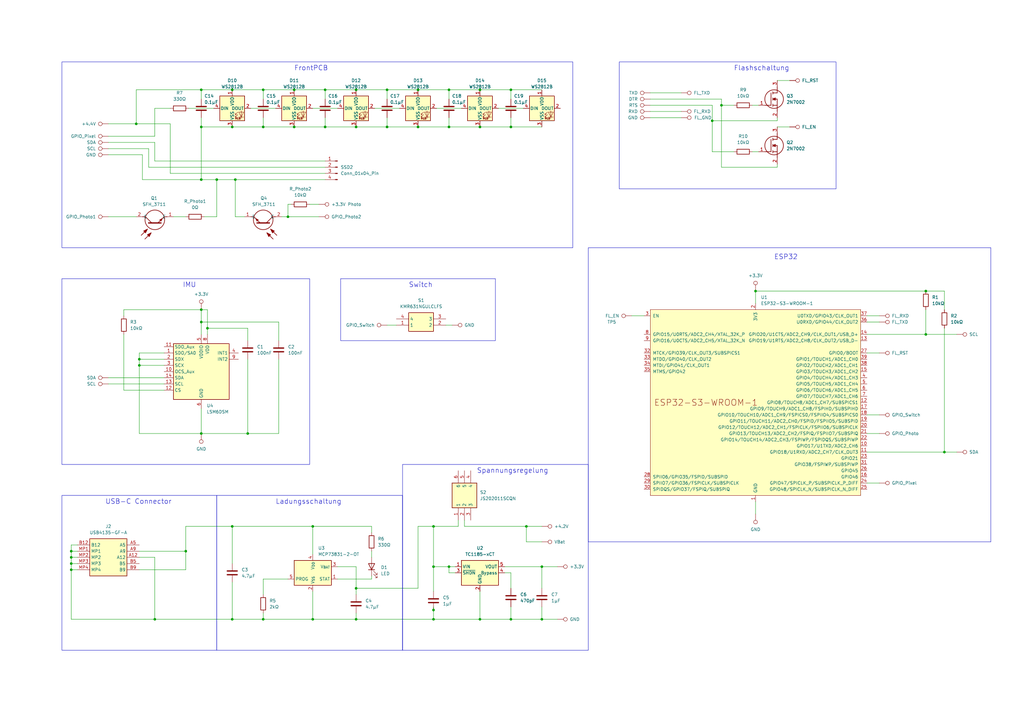
<source format=kicad_sch>
(kicad_sch (version 20230121) (generator eeschema)
  (paper "A3")
  (lib_symbols
    (symbol "2N7002:2N7002" (pin_names hide)
      (property "Reference" "Q" (at 11.43 3.81 0))
      (property "Value" "2N7002" (at 11.43 1.27 0))
      (symbol "2N7002_1_1"
        (pin passive line (at 0 0 0) (length 2.54) (name "G") (number "1"))
        (pin passive line (at 7.62 -5.08 90) (length 2.54) (name "S") (number "2"))
        (pin passive line (at 7.62 10.16 270) (length 2.54) (name "D") (number "3"))
      )
    )
    (symbol "Battery_Management:MCP73831-2-OT"
      (property "Reference" "U" (at -7.62 6.35 0))
      (property "Value" "MCP73831-2-OT" (at 1.27 6.35 0))
      (symbol "MCP73831-2-OT_1_1"
        (pin output line (at 10.16 -2.54 180) (length 2.54) (name "STAT") (number "1"))
        (pin power_in line (at 0 -7.62 90) (length 2.54) (name "V_{SS}") (number "2"))
        (pin power_out line (at 10.16 2.54 180) (length 2.54) (name "V_{BAT}") (number "3"))
        (pin power_in line (at 0 7.62 270) (length 2.54) (name "V_{DD}") (number "4"))
        (pin input line (at -10.16 -2.54 0) (length 2.54) (name "PROG") (number "5"))
      )
    )
    (symbol "Connector:Conn_01x04_Pin" (pin_names (offset 1.016) hide)
      (property "Reference" "J" (at 0 5.08 0))
      (property "Value" "Conn_01x04_Pin" (at 0 -7.62 0))
      (symbol "Conn_01x04_Pin_1_1"
        (pin passive line (at 5.08 2.54 180) (length 3.81) (name "Pin_1") (number "1"))
        (pin passive line (at 5.08 0 180) (length 3.81) (name "Pin_2") (number "2"))
        (pin passive line (at 5.08 -2.54 180) (length 3.81) (name "Pin_3") (number "3"))
        (pin passive line (at 5.08 -5.08 180) (length 3.81) (name "Pin_4") (number "4"))
      )
    )
    (symbol "Connector:TestPoint" (pin_numbers hide) (pin_names (offset 0.762) hide)
      (property "Reference" "TP" (at 0 6.858 0))
      (property "Value" "TestPoint" (at 0 5.08 0))
      (symbol "TestPoint_1_1"
        (pin passive line (at 0 0 90) (length 2.54) (name "1") (number "1"))
      )
    )
    (symbol "Device:C" (pin_numbers hide) (pin_names (offset 0.254))
      (property "Reference" "C" (at 0.635 2.54 0))
      (property "Value" "C" (at 0.635 -2.54 0))
      (symbol "C_1_1"
        (pin passive line (at 0 3.81 270) (length 2.794) (name "~") (number "1"))
        (pin passive line (at 0 -3.81 90) (length 2.794) (name "~") (number "2"))
      )
    )
    (symbol "Device:LED" (pin_numbers hide) (pin_names (offset 1.016) hide)
      (property "Reference" "D" (at 0 2.54 0))
      (property "Value" "LED" (at 0 -2.54 0))
      (symbol "LED_1_1"
        (pin passive line (at -3.81 0 0) (length 2.54) (name "K") (number "1"))
        (pin passive line (at 3.81 0 180) (length 2.54) (name "A") (number "2"))
      )
    )
    (symbol "Device:R" (pin_numbers hide) (pin_names (offset 0))
      (property "Reference" "R" (at 2.032 0 90))
      (property "Value" "R" (at 0 0 90))
      (symbol "R_1_1"
        (pin passive line (at 0 3.81 270) (length 1.27) (name "~") (number "1"))
        (pin passive line (at 0 -3.81 90) (length 1.27) (name "~") (number "2"))
      )
    )
    (symbol "JS202011SCQN:JS202011SCQN"
      (property "Reference" "S" (at 16.51 7.62 0))
      (property "Value" "JS202011SCQN" (at 16.51 5.08 0))
      (symbol "JS202011SCQN_1_1"
        (pin passive line (at 0 0 0) (length 5.08) (name "1") (number "1"))
        (pin passive line (at 0 -2.54 0) (length 5.08) (name "2") (number "2"))
        (pin passive line (at 0 -5.08 0) (length 5.08) (name "3") (number "3"))
        (pin passive line (at 20.32 -5.08 180) (length 5.08) (name "4") (number "4"))
        (pin passive line (at 20.32 -2.54 180) (length 5.08) (name "5") (number "5"))
        (pin passive line (at 20.32 0 180) (length 5.08) (name "6") (number "6"))
      )
    )
    (symbol "KMR631NGULCLFS:KMR631NGULCLFS"
      (property "Reference" "S" (at 16.51 7.62 0))
      (property "Value" "KMR631NGULCLFS" (at 16.51 5.08 0))
      (symbol "KMR631NGULCLFS_1_1"
        (pin passive line (at 0 -2.54 0) (length 5.08) (name "1") (number "1"))
        (pin passive line (at 20.32 -2.54 180) (length 5.08) (name "2") (number "2"))
        (pin passive line (at 20.32 0 180) (length 5.08) (name "3") (number "3"))
        (pin passive line (at 0 0 0) (length 5.08) (name "4") (number "4"))
      )
    )
    (symbol "LED:WS2812B" (pin_names (offset 0.254))
      (property "Reference" "D" (at 5.08 5.715 0))
      (property "Value" "WS2812B" (at 1.27 -5.715 0))
      (symbol "WS2812B_0_0"
        (text "RGB" (at 2.286 -4.191 0) (effects (font (size 0.762 0.762))))
      )
      (symbol "WS2812B_1_1"
        (pin power_in line (at 0 7.62 270) (length 2.54) (name "VDD") (number "1"))
        (pin output line (at 7.62 0 180) (length 2.54) (name "DOUT") (number "2"))
        (pin power_in line (at 0 -7.62 90) (length 2.54) (name "VSS") (number "3"))
        (pin input line (at -7.62 0 0) (length 2.54) (name "DIN") (number "4"))
      )
    )
    (symbol "PCM_Espressif:ESP32-S3-WROOM-1" (pin_names (offset 1.016))
      (property "Reference" "U" (at -43.18 43.18 0))
      (property "Value" "ESP32-S3-WROOM-1" (at -43.18 40.64 0))
      (symbol "ESP32-S3-WROOM-1_0_0"
        (text "ESP32-S3-WROOM-1" (at -20.32 0 0) (effects (font (size 2.54 2.54))))
        (pin power_in line (at 0 -40.64 90) (length 2.54) (name "GND") (number "1"))
        (pin bidirectional line (at 45.72 -17.78 180) (length 2.54) (name "GPIO17/U1TXD/ADC2_CH6") (number "10"))
        (pin bidirectional line (at 45.72 -20.32 180) (length 2.54) (name "GPIO18/U1RXD/ADC2_CH7/CLK_OUT3") (number "11"))
        (pin bidirectional line (at 45.72 0 180) (length 2.54) (name "GPIO8/TOUCH8/ADC1_CH7/SUBSPICS1") (number "12"))
        (pin bidirectional line (at 45.72 25.4 180) (length 2.54) (name "GPIO19/U1RTS/ADC2_CH8/CLK_OUT2/USB_D-") (number "13"))
        (pin bidirectional line (at 45.72 27.94 180) (length 2.54) (name "GPIO20/U1CTS/ADC2_CH9/CLK_OUT1/USB_D+") (number "14"))
        (pin bidirectional line (at 45.72 12.7 180) (length 2.54) (name "GPIO3/TOUCH3/ADC1_CH2") (number "15"))
        (pin bidirectional line (at 45.72 -30.48 180) (length 2.54) (name "GPIO46") (number "16"))
        (pin bidirectional line (at 45.72 -2.54 180) (length 2.54) (name "GPIO9/TOUCH9/ADC1_CH8/FSPIHD/SUBSPIHD") (number "17"))
        (pin bidirectional line (at 45.72 -5.08 180) (length 2.54) (name "GPIO10/TOUCH10/ADC1_CH9/FSPICS0/FSPIIO4/SUBSPICS0") (number "18"))
        (pin bidirectional line (at 45.72 -7.62 180) (length 2.54) (name "GPIO11/TOUCH11/ADC2_CH0/FSPID/FSPIIO5/SUBSPID") (number "19"))
        (pin power_in line (at 0 40.64 270) (length 2.54) (name "3V3") (number "2"))
        (pin bidirectional line (at 45.72 -10.16 180) (length 2.54) (name "GPIO12/TOUCH12/ADC2_CH1/FSPICLK/FSPIIO6/SUBSPICLK") (number "20"))
        (pin bidirectional line (at 45.72 -12.7 180) (length 2.54) (name "GPIO13/TOUCH13/ADC2_CH2/FSPIQ/FSPIIO7/SUBSPIQ") (number "21"))
        (pin bidirectional line (at 45.72 -15.24 180) (length 2.54) (name "GPIO14/TOUCH14/ADC2_CH3/FSPIWP/FSPIDQS/SUBSPIWP") (number "22"))
        (pin bidirectional line (at 45.72 -22.86 180) (length 2.54) (name "GPIO21") (number "23"))
        (pin bidirectional line (at 45.72 -33.02 180) (length 2.54) (name "GPIO47/SPICLK_P/SUBSPICLK_P_DIFF") (number "24"))
        (pin bidirectional line (at 45.72 -35.56 180) (length 2.54) (name "GPIO48/SPICLK_N/SUBSPICLK_N_DIFF") (number "25"))
        (pin bidirectional line (at 45.72 -27.94 180) (length 2.54) (name "GPIO45") (number "26"))
        (pin bidirectional line (at 45.72 20.32 180) (length 2.54) (name "GPIO0/BOOT") (number "27"))
        (pin bidirectional line (at -45.72 -30.48 0) (length 2.54) (name "SPIIO6/GPIO35/FSPID/SUBSPID") (number "28"))
        (pin bidirectional line (at -45.72 -33.02 0) (length 2.54) (name "SPIIO7/GPIO36/FSPICLK/SUBSPICLK") (number "29"))
        (pin input line (at -45.72 35.56 0) (length 2.54) (name "EN") (number "3"))
        (pin bidirectional line (at -45.72 -35.56 0) (length 2.54) (name "SPIDQS/GPIO37/FSPIQ/SUBSPIQ") (number "30"))
        (pin bidirectional line (at 45.72 -25.4 180) (length 2.54) (name "GPIO38/FSPIWP/SUBSPIWP") (number "31"))
        (pin bidirectional line (at -45.72 20.32 0) (length 2.54) (name "MTCK/GPIO39/CLK_OUT3/SUBSPICS1") (number "32"))
        (pin bidirectional line (at -45.72 17.78 0) (length 2.54) (name "MTDO/GPIO40/CLK_OUT2") (number "33"))
        (pin bidirectional line (at -45.72 15.24 0) (length 2.54) (name "MTDI/GPIO41/CLK_OUT1") (number "34"))
        (pin bidirectional line (at -45.72 12.7 0) (length 2.54) (name "MTMS/GPIO42") (number "35"))
        (pin bidirectional line (at 45.72 33.02 180) (length 2.54) (name "U0RXD/GPIO44/CLK_OUT2") (number "36"))
        (pin bidirectional line (at 45.72 35.56 180) (length 2.54) (name "U0TXD/GPIO43/CLK_OUT1") (number "37"))
        (pin bidirectional line (at 45.72 15.24 180) (length 2.54) (name "GPIO2/TOUCH2/ADC1_CH1") (number "38"))
        (pin bidirectional line (at 45.72 17.78 180) (length 2.54) (name "GPIO1/TOUCH1/ADC1_CH0") (number "39"))
        (pin bidirectional line (at 45.72 10.16 180) (length 2.54) (name "GPIO4/TOUCH4/ADC1_CH3") (number "4"))
        (pin passive line (at 0 -40.64 90) (length 2.54) hide (name "GND") (number "40"))
        (pin passive line (at 0 -40.64 90) (length 2.54) hide (name "GND") (number "41"))
        (pin bidirectional line (at 45.72 7.62 180) (length 2.54) (name "GPIO5/TOUCH5/ADC1_CH4") (number "5"))
        (pin bidirectional line (at 45.72 5.08 180) (length 2.54) (name "GPIO6/TOUCH6/ADC1_CH5") (number "6"))
        (pin bidirectional line (at 45.72 2.54 180) (length 2.54) (name "GPIO7/TOUCH7/ADC1_CH6") (number "7"))
        (pin bidirectional line (at -45.72 27.94 0) (length 2.54) (name "GPIO15/U0RTS/ADC2_CH4/XTAL_32K_P") (number "8"))
        (pin bidirectional line (at -45.72 25.4 0) (length 2.54) (name "GPIO16/U0CTS/ADC2_CH5/XTAL_32K_N") (number "9"))
      )
    )
    (symbol "Regulator_Linear:TC1185-xCT"
      (property "Reference" "U" (at -6.35 6.35 0))
      (property "Value" "TC1185-xCT" (at 0 6.35 0))
      (symbol "TC1185-xCT_1_1"
        (pin power_in line (at -10.16 2.54 0) (length 2.54) (name "VIN") (number "1"))
        (pin power_in line (at 0 -7.62 90) (length 2.54) (name "GND") (number "2"))
        (pin input line (at -10.16 0 0) (length 2.54) (name "~{SHDN}") (number "3"))
        (pin passive line (at 10.16 0 180) (length 2.54) (name "Bypass") (number "4"))
        (pin power_out line (at 10.16 2.54 180) (length 2.54) (name "VOUT") (number "5"))
      )
    )
    (symbol "SFH_3711:SFH_3711"
      (property "Reference" "Q" (at 3.81 -6.35 0))
      (property "Value" "SFH_3711" (at 3.81 -8.89 0))
      (symbol "SFH_3711_1_1"
        (pin passive line (at 0 -15.24 90) (length 2.54) (name "E") (number "1"))
        (pin passive line (at 0 0 270) (length 2.54) (name "C") (number "2"))
      )
    )
    (symbol "Sensor_Motion:LSM6DSM"
      (property "Reference" "U" (at -11.43 15.24 0))
      (property "Value" "LSM6DSM" (at -11.43 12.7 0))
      (symbol "LSM6DSM_1_1"
        (pin bidirectional line (at -15.24 7.62 0) (length 3.81) (name "SDO/SA0") (number "1"))
        (pin passive line (at -15.24 0 0) (length 3.81) (name "OCS_Aux") (number "10"))
        (pin bidirectional line (at -15.24 10.16 0) (length 3.81) (name "SDO_Aux") (number "11"))
        (pin input line (at -15.24 -7.62 0) (length 3.81) (name "CS") (number "12"))
        (pin input line (at -15.24 -5.08 0) (length 3.81) (name "SCL") (number "13"))
        (pin bidirectional line (at -15.24 -2.54 0) (length 3.81) (name "SDA") (number "14"))
        (pin bidirectional line (at -15.24 5.08 0) (length 3.81) (name "SDX") (number "2"))
        (pin input line (at -15.24 2.54 0) (length 3.81) (name "SCX") (number "3"))
        (pin output line (at 15.24 7.62 180) (length 3.81) (name "INT1") (number "4"))
        (pin power_in line (at 0 15.24 270) (length 3.81) (name "VDDIO") (number "5"))
        (pin power_in line (at 0 -15.24 90) (length 3.81) (name "GND") (number "6"))
        (pin passive line (at 0 -15.24 90) (length 3.81) hide (name "GND") (number "7"))
        (pin power_in line (at 2.54 15.24 270) (length 3.81) (name "VDD") (number "8"))
        (pin output line (at 15.24 5.08 180) (length 3.81) (name "INT2") (number "9"))
      )
    )
    (symbol "USB4135-GF-A:USB4135-GF-A"
      (property "Reference" "J" (at 21.59 7.62 0))
      (property "Value" "USB4135-GF-A" (at 21.59 5.08 0))
      (symbol "USB4135-GF-A_1_1"
        (pin passive line (at 0 -5.08 0) (length 5.08) (name "A12") (number "A12"))
        (pin passive line (at 0 0 0) (length 5.08) (name "A5") (number "A5"))
        (pin passive line (at 0 -2.54 0) (length 5.08) (name "A9") (number "A9"))
        (pin passive line (at 25.4 0 180) (length 5.08) (name "B12") (number "B12"))
        (pin passive line (at 0 -7.62 0) (length 5.08) (name "B5") (number "B5"))
        (pin passive line (at 0 -10.16 0) (length 5.08) (name "B9") (number "B9"))
        (pin passive line (at 25.4 -2.54 180) (length 5.08) (name "MP1") (number "MP1"))
        (pin passive line (at 25.4 -5.08 180) (length 5.08) (name "MP2") (number "MP2"))
        (pin passive line (at 25.4 -7.62 180) (length 5.08) (name "MP3") (number "MP3"))
        (pin passive line (at 25.4 -10.16 180) (length 5.08) (name "MP4") (number "MP4"))
      )
    )
  )
  (junction (at 128.27 254))
  (junction (at 184.15 36.83))
  (junction (at 209.55 52.07))
  (junction (at 171.45 36.83))
  (junction (at 177.8 250.19))
  (junction (at 82.55 127))
  (junction (at 120.65 52.07))
  (junction (at 209.55 254))
  (junction (at 29.21 228.6))
  (junction (at 177.8 232.41))
  (junction (at 133.35 52.07))
  (junction (at 29.21 226.06))
  (junction (at 96.52 73.66))
  (junction (at 95.25 215.9))
  (junction (at 209.55 36.83))
  (junction (at 57.15 147.32))
  (junction (at 85.09 134.62))
  (junction (at 57.15 149.86))
  (junction (at 177.8 215.9))
  (junction (at 196.85 52.07))
  (junction (at 146.05 36.83))
  (junction (at 95.25 36.83))
  (junction (at 82.55 132.08))
  (junction (at 107.95 254))
  (junction (at 295.91 43.18))
  (junction (at 133.35 36.83))
  (junction (at 196.85 254))
  (junction (at 128.27 215.9))
  (junction (at 177.8 254))
  (junction (at 146.05 254))
  (junction (at 387.35 185.42))
  (junction (at 215.9 215.9))
  (junction (at 101.6 177.8))
  (junction (at 95.25 52.07))
  (junction (at 107.95 52.07))
  (junction (at 118.11 88.9))
  (junction (at 82.55 177.8))
  (junction (at 63.5 254))
  (junction (at 146.05 52.07))
  (junction (at 82.55 36.83))
  (junction (at 55.88 50.8))
  (junction (at 107.95 36.83))
  (junction (at 184.15 52.07))
  (junction (at 379.73 137.16))
  (junction (at 158.75 52.07))
  (junction (at 82.55 73.66))
  (junction (at 184.15 232.41))
  (junction (at 222.25 232.41))
  (junction (at 379.73 119.38))
  (junction (at 196.85 36.83))
  (junction (at 82.55 52.07))
  (junction (at 146.05 241.3))
  (junction (at 95.25 254))
  (junction (at 309.88 119.38))
  (junction (at 29.21 233.68))
  (junction (at 76.2 226.06))
  (junction (at 222.25 254))
  (junction (at 88.9 73.66))
  (junction (at 292.1 49.53))
  (junction (at 171.45 52.07))
  (junction (at 158.75 36.83))
  (junction (at 29.21 231.14))
  (junction (at 120.65 36.83))
  (wire (pts (xy 44.45 58.42) (xy 63.5 58.42)))
  (wire (pts (xy 101.6 147.32) (xy 101.6 177.8)))
  (wire (pts (xy 133.35 36.83) (xy 133.35 40.64)))
  (wire (pts (xy 57.15 149.86) (xy 57.15 177.8)))
  (wire (pts (xy 71.12 88.9) (xy 76.2 88.9)))
  (wire (pts (xy 95.25 36.83) (xy 107.95 36.83)))
  (wire (pts (xy 146.05 52.07) (xy 133.35 52.07)))
  (wire (pts (xy 69.85 44.45) (xy 63.5 44.45)))
  (wire (pts (xy 128.27 242.57) (xy 128.27 254)))
  (wire (pts (xy 107.95 237.49) (xy 107.95 243.84)))
  (wire (pts (xy 146.05 52.07) (xy 158.75 52.07)))
  (wire (pts (xy 57.15 177.8) (xy 82.55 177.8)))
  (wire (pts (xy 295.91 68.58) (xy 318.77 68.58)))
  (wire (pts (xy 63.5 44.45) (xy 63.5 55.88)))
  (wire (pts (xy 29.21 223.52) (xy 29.21 226.06)))
  (wire (pts (xy 355.6 144.78) (xy 360.68 144.78)))
  (wire (pts (xy 222.25 232.41) (xy 228.6 232.41)))
  (wire (pts (xy 184.15 232.41) (xy 186.69 232.41)))
  (wire (pts (xy 44.45 60.96) (xy 60.96 60.96)))
  (wire (pts (xy 67.31 147.32) (xy 57.15 147.32)))
  (wire (pts (xy 355.6 177.8) (xy 360.68 177.8)))
  (wire (pts (xy 196.85 52.07) (xy 209.55 52.07)))
  (wire (pts (xy 128.27 254) (xy 146.05 254)))
  (wire (pts (xy 355.6 170.18) (xy 360.68 170.18)))
  (wire (pts (xy 184.15 234.95) (xy 184.15 232.41)))
  (wire (pts (xy 63.5 58.42) (xy 63.5 66.04)))
  (wire (pts (xy 85.09 137.16) (xy 85.09 134.62)))
  (wire (pts (xy 82.55 127) (xy 82.55 132.08)))
  (wire (pts (xy 107.95 237.49) (xy 118.11 237.49)))
  (wire (pts (xy 58.42 63.5) (xy 58.42 73.66)))
  (wire (pts (xy 177.8 250.19) (xy 177.8 254)))
  (wire (pts (xy 186.69 234.95) (xy 184.15 234.95)))
  (wire (pts (xy 82.55 132.08) (xy 82.55 137.16)))
  (wire (pts (xy 355.6 137.16) (xy 379.73 137.16)))
  (wire (pts (xy 29.21 233.68) (xy 31.75 233.68)))
  (wire (pts (xy 190.5 213.36) (xy 190.5 215.9)))
  (wire (pts (xy 171.45 36.83) (xy 184.15 36.83)))
  (wire (pts (xy 128.27 215.9) (xy 128.27 227.33)))
  (wire (pts (xy 146.05 254) (xy 177.8 254)))
  (wire (pts (xy 96.52 88.9) (xy 100.33 88.9)))
  (wire (pts (xy 95.25 215.9) (xy 128.27 215.9)))
  (wire (pts (xy 182.88 133.35) (xy 185.42 133.35)))
  (wire (pts (xy 387.35 185.42) (xy 392.43 185.42)))
  (wire (pts (xy 209.55 248.92) (xy 209.55 254)))
  (wire (pts (xy 196.85 52.07) (xy 184.15 52.07)))
  (wire (pts (xy 184.15 52.07) (xy 184.15 48.26)))
  (wire (pts (xy 209.55 36.83) (xy 209.55 40.64)))
  (wire (pts (xy 177.8 232.41) (xy 184.15 232.41)))
  (wire (pts (xy 266.7 45.72) (xy 279.4 45.72)))
  (wire (pts (xy 95.25 254) (xy 95.25 238.76)))
  (wire (pts (xy 207.01 234.95) (xy 209.55 234.95)))
  (wire (pts (xy 82.55 36.83) (xy 55.88 36.83)))
  (wire (pts (xy 44.45 63.5) (xy 58.42 63.5)))
  (wire (pts (xy 101.6 134.62) (xy 85.09 134.62)))
  (wire (pts (xy 29.21 231.14) (xy 31.75 231.14)))
  (wire (pts (xy 222.25 232.41) (xy 222.25 241.3)))
  (wire (pts (xy 209.55 254) (xy 222.25 254)))
  (wire (pts (xy 60.96 68.58) (xy 133.35 68.58)))
  (wire (pts (xy 187.96 215.9) (xy 187.96 213.36)))
  (wire (pts (xy 146.05 251.46) (xy 146.05 254)))
  (wire (pts (xy 133.35 71.12) (xy 69.85 71.12)))
  (wire (pts (xy 57.15 147.32) (xy 57.15 149.86)))
  (wire (pts (xy 120.65 52.07) (xy 133.35 52.07)))
  (wire (pts (xy 63.5 254) (xy 95.25 254)))
  (wire (pts (xy 292.1 49.53) (xy 292.1 62.23)))
  (wire (pts (xy 96.52 73.66) (xy 133.35 73.66)))
  (wire (pts (xy 82.55 36.83) (xy 82.55 40.64)))
  (wire (pts (xy 295.91 43.18) (xy 300.99 43.18)))
  (wire (pts (xy 82.55 52.07) (xy 82.55 48.26)))
  (wire (pts (xy 69.85 71.12) (xy 69.85 50.8)))
  (wire (pts (xy 266.7 40.64) (xy 295.91 40.64)))
  (wire (pts (xy 158.75 52.07) (xy 158.75 48.26)))
  (wire (pts (xy 57.15 149.86) (xy 67.31 149.86)))
  (wire (pts (xy 58.42 73.66) (xy 82.55 73.66)))
  (wire (pts (xy 63.5 55.88) (xy 44.45 55.88)))
  (wire (pts (xy 29.21 254) (xy 63.5 254)))
  (wire (pts (xy 29.21 228.6) (xy 31.75 228.6)))
  (wire (pts (xy 295.91 43.18) (xy 295.91 68.58)))
  (wire (pts (xy 222.25 254) (xy 228.6 254)))
  (wire (pts (xy 114.3 139.7) (xy 114.3 132.08)))
  (wire (pts (xy 63.5 66.04) (xy 133.35 66.04)))
  (wire (pts (xy 67.31 144.78) (xy 57.15 144.78)))
  (wire (pts (xy 215.9 222.25) (xy 215.9 215.9)))
  (wire (pts (xy 152.4 237.49) (xy 152.4 236.22)))
  (wire (pts (xy 44.45 154.94) (xy 67.31 154.94)))
  (wire (pts (xy 88.9 73.66) (xy 96.52 73.66)))
  (wire (pts (xy 387.35 127) (xy 387.35 119.38)))
  (wire (pts (xy 50.8 129.54) (xy 50.8 127)))
  (wire (pts (xy 120.65 36.83) (xy 133.35 36.83)))
  (wire (pts (xy 222.25 248.92) (xy 222.25 254)))
  (wire (pts (xy 57.15 233.68) (xy 76.2 233.68)))
  (wire (pts (xy 118.11 88.9) (xy 115.57 88.9)))
  (wire (pts (xy 55.88 50.8) (xy 44.45 50.8)))
  (wire (pts (xy 196.85 36.83) (xy 184.15 36.83)))
  (wire (pts (xy 207.01 232.41) (xy 222.25 232.41)))
  (wire (pts (xy 204.47 44.45) (xy 214.63 44.45)))
  (wire (pts (xy 50.8 137.16) (xy 50.8 160.02)))
  (wire (pts (xy 57.15 144.78) (xy 57.15 147.32)))
  (wire (pts (xy 152.4 226.06) (xy 152.4 228.6)))
  (wire (pts (xy 107.95 254) (xy 128.27 254)))
  (wire (pts (xy 171.45 215.9) (xy 177.8 215.9)))
  (wire (pts (xy 120.65 36.83) (xy 107.95 36.83)))
  (wire (pts (xy 387.35 134.62) (xy 387.35 185.42)))
  (wire (pts (xy 259.08 129.54) (xy 264.16 129.54)))
  (wire (pts (xy 44.45 88.9) (xy 55.88 88.9)))
  (wire (pts (xy 57.15 226.06) (xy 76.2 226.06)))
  (wire (pts (xy 177.8 215.9) (xy 177.8 232.41)))
  (wire (pts (xy 209.55 52.07) (xy 209.55 48.26)))
  (wire (pts (xy 55.88 36.83) (xy 55.88 50.8)))
  (wire (pts (xy 152.4 215.9) (xy 152.4 218.44)))
  (wire (pts (xy 133.35 52.07) (xy 133.35 48.26)))
  (wire (pts (xy 190.5 215.9) (xy 215.9 215.9)))
  (wire (pts (xy 171.45 52.07) (xy 184.15 52.07)))
  (wire (pts (xy 379.73 137.16) (xy 392.43 137.16)))
  (wire (pts (xy 107.95 52.07) (xy 107.95 48.26)))
  (wire (pts (xy 88.9 73.66) (xy 88.9 88.9)))
  (wire (pts (xy 128.27 215.9) (xy 152.4 215.9)))
  (wire (pts (xy 127 83.82) (xy 130.81 83.82)))
  (wire (pts (xy 50.8 160.02) (xy 67.31 160.02)))
  (wire (pts (xy 138.43 232.41) (xy 146.05 232.41)))
  (wire (pts (xy 57.15 228.6) (xy 63.5 228.6)))
  (wire (pts (xy 266.7 48.26) (xy 279.4 48.26)))
  (wire (pts (xy 292.1 49.53) (xy 318.77 49.53)))
  (wire (pts (xy 76.2 226.06) (xy 76.2 233.68)))
  (wire (pts (xy 95.25 254) (xy 107.95 254)))
  (wire (pts (xy 222.25 222.25) (xy 215.9 222.25)))
  (wire (pts (xy 60.96 60.96) (xy 60.96 68.58)))
  (wire (pts (xy 118.11 88.9) (xy 130.81 88.9)))
  (wire (pts (xy 101.6 177.8) (xy 82.55 177.8)))
  (wire (pts (xy 95.25 52.07) (xy 107.95 52.07)))
  (wire (pts (xy 146.05 36.83) (xy 133.35 36.83)))
  (wire (pts (xy 158.75 133.35) (xy 162.56 133.35)))
  (wire (pts (xy 114.3 147.32) (xy 114.3 177.8)))
  (wire (pts (xy 82.55 167.64) (xy 82.55 177.8)))
  (wire (pts (xy 309.88 119.38) (xy 379.73 119.38)))
  (wire (pts (xy 107.95 36.83) (xy 107.95 40.64)))
  (wire (pts (xy 146.05 241.3) (xy 171.45 241.3)))
  (wire (pts (xy 387.35 119.38) (xy 379.73 119.38)))
  (wire (pts (xy 177.8 232.41) (xy 177.8 242.57)))
  (wire (pts (xy 146.05 241.3) (xy 146.05 243.84)))
  (wire (pts (xy 85.09 134.62) (xy 85.09 127)))
  (wire (pts (xy 29.21 231.14) (xy 29.21 233.68)))
  (wire (pts (xy 295.91 40.64) (xy 295.91 43.18)))
  (wire (pts (xy 50.8 127) (xy 82.55 127)))
  (wire (pts (xy 308.61 62.23) (xy 311.15 62.23)))
  (wire (pts (xy 95.25 52.07) (xy 82.55 52.07)))
  (wire (pts (xy 171.45 36.83) (xy 158.75 36.83)))
  (wire (pts (xy 101.6 139.7) (xy 101.6 134.62)))
  (wire (pts (xy 114.3 177.8) (xy 101.6 177.8)))
  (wire (pts (xy 29.21 233.68) (xy 29.21 254)))
  (wire (pts (xy 152.4 237.49) (xy 138.43 237.49)))
  (wire (pts (xy 266.7 38.1) (xy 279.4 38.1)))
  (wire (pts (xy 119.38 83.82) (xy 118.11 83.82)))
  (wire (pts (xy 222.25 52.07) (xy 209.55 52.07)))
  (wire (pts (xy 184.15 36.83) (xy 184.15 40.64)))
  (wire (pts (xy 300.99 62.23) (xy 292.1 62.23)))
  (wire (pts (xy 215.9 215.9) (xy 222.25 215.9)))
  (wire (pts (xy 120.65 52.07) (xy 107.95 52.07)))
  (wire (pts (xy 29.21 226.06) (xy 29.21 228.6)))
  (wire (pts (xy 153.67 44.45) (xy 163.83 44.45)))
  (wire (pts (xy 309.88 210.82) (xy 309.88 205.74)))
  (wire (pts (xy 318.77 67.31) (xy 318.77 68.58)))
  (wire (pts (xy 95.25 36.83) (xy 82.55 36.83)))
  (wire (pts (xy 29.21 226.06) (xy 31.75 226.06)))
  (wire (pts (xy 95.25 215.9) (xy 95.25 231.14)))
  (wire (pts (xy 177.8 215.9) (xy 187.96 215.9)))
  (wire (pts (xy 209.55 234.95) (xy 209.55 241.3)))
  (wire (pts (xy 379.73 127) (xy 379.73 137.16)))
  (wire (pts (xy 31.75 223.52) (xy 29.21 223.52)))
  (wire (pts (xy 76.2 215.9) (xy 95.25 215.9)))
  (wire (pts (xy 309.88 124.46) (xy 309.88 119.38)))
  (wire (pts (xy 114.3 132.08) (xy 82.55 132.08)))
  (wire (pts (xy 318.77 48.26) (xy 318.77 49.53)))
  (wire (pts (xy 128.27 44.45) (xy 138.43 44.45)))
  (wire (pts (xy 63.5 228.6) (xy 63.5 254)))
  (wire (pts (xy 102.87 44.45) (xy 113.03 44.45)))
  (wire (pts (xy 44.45 157.48) (xy 67.31 157.48)))
  (wire (pts (xy 308.61 43.18) (xy 311.15 43.18)))
  (wire (pts (xy 83.82 88.9) (xy 88.9 88.9)))
  (wire (pts (xy 196.85 242.57) (xy 196.85 254)))
  (wire (pts (xy 96.52 73.66) (xy 96.52 88.9)))
  (wire (pts (xy 171.45 52.07) (xy 158.75 52.07)))
  (wire (pts (xy 76.2 215.9) (xy 76.2 226.06)))
  (wire (pts (xy 196.85 254) (xy 209.55 254)))
  (wire (pts (xy 222.25 36.83) (xy 209.55 36.83)))
  (wire (pts (xy 292.1 43.18) (xy 292.1 49.53)))
  (wire (pts (xy 29.21 228.6) (xy 29.21 231.14)))
  (wire (pts (xy 82.55 52.07) (xy 82.55 73.66)))
  (wire (pts (xy 177.8 248.92) (xy 177.8 250.19)))
  (wire (pts (xy 77.47 44.45) (xy 87.63 44.45)))
  (wire (pts (xy 118.11 83.82) (xy 118.11 88.9)))
  (wire (pts (xy 355.6 132.08) (xy 360.68 132.08)))
  (wire (pts (xy 196.85 36.83) (xy 209.55 36.83)))
  (wire (pts (xy 355.6 129.54) (xy 360.68 129.54)))
  (wire (pts (xy 82.55 73.66) (xy 88.9 73.66)))
  (wire (pts (xy 355.6 198.12) (xy 360.68 198.12)))
  (wire (pts (xy 69.85 50.8) (xy 55.88 50.8)))
  (wire (pts (xy 266.7 43.18) (xy 292.1 43.18)))
  (wire (pts (xy 146.05 232.41) (xy 146.05 241.3)))
  (wire (pts (xy 177.8 254) (xy 196.85 254)))
  (wire (pts (xy 146.05 36.83) (xy 158.75 36.83)))
  (wire (pts (xy 355.6 185.42) (xy 387.35 185.42)))
  (wire (pts (xy 85.09 127) (xy 82.55 127)))
  (wire (pts (xy 171.45 241.3) (xy 171.45 215.9)))
  (wire (pts (xy 107.95 251.46) (xy 107.95 254)))
  (wire (pts (xy 158.75 36.83) (xy 158.75 40.64)))
  (wire (pts (xy 179.07 44.45) (xy 189.23 44.45)))
  (wire (pts (xy 318.77 33.02) (xy 323.85 33.02)))
  (wire (pts (xy 318.77 52.07) (xy 323.85 52.07)))
  (rectangle (start 254 25.4) (end 342.9 77.47))
  (rectangle (start 25.4 25.4) (end 234.95 101.6))
  (rectangle (start 25.4 203.2) (end 88.9 266.7))
  (rectangle (start 25.4 114.3) (end 127 190.5))
  (rectangle (start 241.3 101.6) (end 406.4 222.25))
  (rectangle (start 139.7 114.3) (end 203.2 139.7))
  (rectangle (start 165.1 190.5) (end 241.3 266.7))
  (rectangle (start 88.9 203.2) (end 165.1 266.7))
  (text "Ladungsschaltung" (at 113.03 207.01 0) (effects (font (size 2 2)) (justify left bottom)))
  (text "IMU\n" (at 74.93 118.11 0) (effects (font (size 2 2)) (justify left bottom)))
  (text "FrontPCB" (at 120.65 29.21 0) (effects (font (size 2 2)) (justify left bottom)))
  (text "USB-C Connector" (at 43.18 207.01 0) (effects (font (size 2 2)) (justify left bottom)))
  (text "Switch" (at 167.64 118.11 0) (effects (font (size 2 2)) (justify left bottom)))
  (text "Spannungsregelung\n" (at 195.58 194.31 0) (effects (font (size 2 2)) (justify left bottom)))
  (text "ESP32" (at 317.5 106.68 0) (effects (font (size 2 2)) (justify left bottom)))
  (text "Flashschaltung" (at 300.99 29.21 0) (effects (font (size 2 2)) (justify left bottom)))
  (symbol (lib_id "Connector:Conn_01x04_Pin") (at 138.43 68.58 0) (mirror y) (unit 1)
    (property "Reference" "SSD2" (at 139.7 68.58 0) (effects (justify right)))
    (property "Value" "Conn_01x04_Pin" (at 139.7 71.12 0) (effects (justify right)))
    (property "Footprint" "Connector_PinHeader_2.54mm:PinHeader_1x04_P2.54mm_Vertical_SMD_Pin1Left" (effects hide))
  )
  (symbol (lib_id "Device:C") (at 133.35 44.45 0) (unit 1)
    (property "Reference" "C16" (at 134.62 39.37 0) (effects (justify left)))
    (property "Value" "0.1µF" (at 134.62 41.91 0) (effects (justify left)))
    (property "Footprint" "Capacitor_SMD:C_0805_2012Metric" (effects hide))
  )
  (symbol (lib_id "Connector:TestPoint") (at 185.42 133.35 270) (mirror x) (unit 1)
    (property "Reference" "TP28" (effects hide))
    (property "Value" "GND" (at 190.5 133.35 90) (effects (justify left)))
    (property "Footprint" "TestPoint:TestPoint_Pad_2.0x2.0mm" (effects hide))
  )
  (symbol (lib_id "Connector:TestPoint") (at 82.55 177.8 180) (unit 1)
    (property "Reference" "TP27" (effects hide))
    (property "Value" "GND" (at 82.55 184.15 0))
    (property "Footprint" "TestPoint:TestPoint_Pad_2.0x2.0mm" (effects hide))
  )
  (symbol (lib_id "Connector:TestPoint") (at 130.81 83.82 270) (unit 1)
    (property "Reference" "TP39" (effects hide))
    (property "Value" "+3.3V Photo" (at 135.89 83.82 90) (effects (justify left)))
    (property "Footprint" "TestPoint:TestPoint_Pad_2.0x2.0mm" (effects hide))
  )
  (symbol (lib_id "Connector:TestPoint") (at 266.7 48.26 90) (unit 1)
    (property "Reference" "TP12" (effects hide))
    (property "Value" "GND" (at 261.62 48.26 90) (effects (justify left)))
    (property "Footprint" "TestPoint:TestPoint_Pad_2.0x2.0mm" (effects hide))
  )
  (symbol (lib_id "Connector:TestPoint") (at 392.43 137.16 270) (unit 1)
    (property "Reference" "TP22" (effects hide))
    (property "Value" "SCL" (at 397.51 137.16 90) (effects (justify left)))
    (property "Footprint" "TestPoint:TestPoint_Pad_2.0x2.0mm" (effects hide))
  )
  (symbol (lib_id "Connector:TestPoint") (at 360.68 170.18 270) (unit 1)
    (property "Reference" "TP30" (effects hide))
    (property "Value" "GPIO_Switch" (at 365.76 170.18 90) (effects (justify left)))
    (property "Footprint" "TestPoint:TestPoint_Pad_2.0x2.0mm" (effects hide))
  )
  (symbol (lib_id "Device:C") (at 184.15 44.45 0) (unit 1)
    (property "Reference" "C18" (at 185.42 39.37 0) (effects (justify left)))
    (property "Value" "0.1µF" (at 185.42 41.91 0) (effects (justify left)))
    (property "Footprint" "Capacitor_SMD:C_0805_2012Metric" (effects hide))
  )
  (symbol (lib_id "Device:R") (at 73.66 44.45 90) (unit 1)
    (property "Reference" "R7" (at 73.66 38.1 90))
    (property "Value" "330Ω" (at 73.66 40.64 90))
    (property "Footprint" "Resistor_SMD:R_0805_2012Metric" (effects hide))
  )
  (symbol (lib_id "Connector:TestPoint") (at 360.68 132.08 270) (unit 1)
    (property "Reference" "TP3" (effects hide))
    (property "Value" "FL_TXD" (at 365.76 132.08 90) (effects (justify left)))
    (property "Footprint" "TestPoint:TestPoint_Pad_2.0x2.0mm" (effects hide))
  )
  (symbol (lib_id "LED:WS2812B") (at 222.25 44.45 0) (unit 1)
    (property "Reference" "D15" (at 222.25 33.02 0))
    (property "Value" "WS2812B" (at 222.25 35.56 0))
    (property "Footprint" "LED_SMD:LED_WS2812B_PLCC4_5.0x5.0mm_P3.2mm" (effects hide))
    (property "Datasheet" "https://cdn-shop.adafruit.com/datasheets/WS2812B.pdf" (effects hide))
  )
  (symbol (lib_id "Connector:TestPoint") (at 323.85 33.02 270) (unit 1)
    (property "Reference" "TP17" (effects hide))
    (property "Value" "FL_RST" (at 328.93 33.02 90) (effects (justify left)))
    (property "Footprint" "TestPoint:TestPoint_Pad_2.0x2.0mm" (effects hide))
  )
  (symbol (lib_id "KMR631NGULCLFS:KMR631NGULCLFS") (at 162.56 130.81 0) (unit 1)
    (property "Reference" "S1" (at 172.72 123.19 0))
    (property "Value" "KMR631NGULCLFS" (at 172.72 125.73 0))
    (property "Footprint" "KMR621NG" (effects hide))
    (property "Datasheet" "https://www.ckswitches.com/media/1907/kmr6.pdf" (effects hide))
    (property "Mouser Part Number" "611-KMR631NGULCLFS" (effects hide))
    (property "Mouser Price/Stock" "https://www.mouser.co.uk/ProductDetail/CK/KMR631NGULCLFS?qs=HXFqYaX1Q2xBA5gT0%2FzYzA%3D%3D" (effects hide))
    (property "Manufacturer_Name" "C & K COMPONENTS" (effects hide))
    (property "Manufacturer_Part_Number" "KMR631NGULCLFS" (effects hide))
  )
  (symbol (lib_id "Connector:TestPoint") (at 360.68 198.12 270) (mirror x) (unit 1)
    (property "Reference" "TP38" (effects hide))
    (property "Value" "GPIO_Pixel" (at 365.76 198.12 90) (effects (justify left)))
    (property "Footprint" "TestPoint:TestPoint_Pad_2.0x2.0mm" (effects hide))
  )
  (symbol (lib_id "Device:C") (at 107.95 44.45 0) (unit 1)
    (property "Reference" "C15" (at 109.22 39.37 0) (effects (justify left)))
    (property "Value" "0.1µF" (at 109.22 41.91 0) (effects (justify left)))
    (property "Footprint" "Capacitor_SMD:C_0805_2012Metric" (effects hide))
  )
  (symbol (lib_id "Device:C") (at 209.55 44.45 0) (unit 1)
    (property "Reference" "C19" (at 210.82 39.37 0) (effects (justify left)))
    (property "Value" "0.1µF" (at 210.82 41.91 0) (effects (justify left)))
    (property "Footprint" "Capacitor_SMD:C_0805_2012Metric" (effects hide))
  )
  (symbol (lib_id "Connector:TestPoint") (at 222.25 215.9 270) (unit 1)
    (property "Reference" "TP18" (effects hide))
    (property "Value" "+4.2V" (at 227.33 215.9 90) (effects (justify left)))
    (property "Footprint" "TestPoint:TestPoint_Pad_2.0x2.0mm" (effects hide))
  )
  (symbol (lib_id "SFH_3711:SFH_3711") (at 115.57 88.9 270) (mirror x) (unit 1)
    (property "Reference" "Q4" (at 108.204 81.28 90))
    (property "Value" "SFH_3711" (at 108.204 83.82 90))
    (property "Footprint" "SFH3711" (effects hide))
    (property "Datasheet" "https://datasheet.datasheetarchive.com/originals/distributors/DKDS41/DSANUWW0036837.pdf" (effects hide))
    (property "Height" "0.95" (effects hide))
    (property "Mouser Part Number" "720-SFH3711" (effects hide))
    (property "Mouser Price/Stock" "https://www.mouser.co.uk/ProductDetail/OSRAM-Opto-Semiconductors/SFH-3711?qs=pCZPOPZMYPi55WwRvG5mpg%3D%3D" (effects hide))
    (property "Manufacturer_Name" "OSRAM" (effects hide))
    (property "Manufacturer_Part_Number" "SFH 3711" (effects hide))
  )
  (symbol (lib_id "Device:C") (at 209.55 245.11 0) (unit 1)
    (property "Reference" "C6" (at 213.36 243.84 0) (effects (justify left)))
    (property "Value" "470pF" (at 213.36 246.38 0) (effects (justify left)))
    (property "Footprint" "Capacitor_SMD:C_0805_2012Metric" (effects hide))
  )
  (symbol (lib_id "PCM_Espressif:ESP32-S3-WROOM-1") (at 309.88 165.1 0) (unit 1)
    (property "Reference" "U1" (at 312.0741 121.92 0) (effects (justify left)))
    (property "Value" "ESP32-S3-WROOM-1" (at 312.0741 124.46 0) (effects (justify left)))
    (property "Footprint" "PCM_Espressif:ESP32-S3-WROOM-1" (effects hide))
    (property "Datasheet" "https://www.espressif.com/sites/default/files/documentation/esp32-s3-wroom-1_wroom-1u_datasheet_en.pdf" (effects hide))
  )
  (symbol (lib_id "Connector:TestPoint") (at 130.81 88.9 270) (mirror x) (unit 1)
    (property "Reference" "TP7" (effects hide))
    (property "Value" "GPIO_Photo2" (at 135.89 88.9 90) (effects (justify left)))
    (property "Footprint" "TestPoint:TestPoint_Pad_2.0x2.0mm" (effects hide))
  )
  (symbol (lib_id "Connector:TestPoint") (at 44.45 60.96 90) (mirror x) (unit 1)
    (property "Reference" "TP35" (effects hide))
    (property "Value" "SCL" (at 39.37 60.96 90) (effects (justify left)))
    (property "Footprint" "TestPoint:TestPoint_Pad_2.0x2.0mm" (effects hide))
  )
  (symbol (lib_id "Device:R") (at 379.73 123.19 180) (unit 1)
    (property "Reference" "R1" (at 382.27 121.92 0) (effects (justify right)))
    (property "Value" "10kΩ" (at 382.27 124.46 0) (effects (justify right)))
    (property "Footprint" "Resistor_SMD:R_0805_2012Metric" (effects hide))
  )
  (symbol (lib_id "Device:R") (at 50.8 133.35 180) (unit 1)
    (property "Reference" "R3" (at 53.34 132.08 0) (effects (justify right)))
    (property "Value" "10kΩ" (at 53.34 134.62 0) (effects (justify right)))
    (property "Footprint" "Resistor_SMD:R_0805_2012Metric" (effects hide))
  )
  (symbol (lib_id "Device:C") (at 177.8 246.38 0) (unit 1)
    (property "Reference" "C5" (at 181.61 245.11 0) (effects (justify left)))
    (property "Value" "1µF" (at 181.61 247.65 0) (effects (justify left)))
    (property "Footprint" "Capacitor_SMD:C_0805_2012Metric" (effects hide))
  )
  (symbol (lib_id "Connector:TestPoint") (at 259.08 129.54 90) (unit 1)
    (property "Reference" "TP5" (at 252.73 132.08 90) (effects (justify left)))
    (property "Value" "FL_EN" (at 254 129.54 90) (effects (justify left)))
    (property "Footprint" "TestPoint:TestPoint_Pad_2.0x2.0mm" (effects hide))
  )
  (symbol (lib_id "Device:C") (at 146.05 247.65 0) (unit 1)
    (property "Reference" "C4" (at 149.86 246.38 0) (effects (justify left)))
    (property "Value" "4.7µF" (at 149.86 248.92 0) (effects (justify left)))
    (property "Footprint" "Capacitor_SMD:C_0805_2012Metric" (effects hide))
  )
  (symbol (lib_id "Device:C") (at 114.3 143.51 0) (unit 1)
    (property "Reference" "C2" (at 118.11 142.24 0) (effects (justify left)))
    (property "Value" "100nF" (at 118.11 144.78 0) (effects (justify left)))
    (property "Footprint" "Capacitor_SMD:C_0805_2012Metric" (effects hide))
  )
  (symbol (lib_id "Connector:TestPoint") (at 44.45 157.48 90) (mirror x) (unit 1)
    (property "Reference" "TP24" (effects hide))
    (property "Value" "SCL" (at 39.37 157.48 90) (effects (justify left)))
    (property "Footprint" "TestPoint:TestPoint_Pad_2.0x2.0mm" (effects hide))
  )
  (symbol (lib_id "Connector:TestPoint") (at 158.75 133.35 90) (unit 1)
    (property "Reference" "TP29" (effects hide))
    (property "Value" "GPIO_Switch" (at 153.67 133.35 90) (effects (justify left)))
    (property "Footprint" "TestPoint:TestPoint_Pad_2.0x2.0mm" (effects hide))
  )
  (symbol (lib_id "Connector:TestPoint") (at 44.45 154.94 90) (mirror x) (unit 1)
    (property "Reference" "TP25" (effects hide))
    (property "Value" "SDA" (at 39.37 154.94 90) (effects (justify left)))
    (property "Footprint" "TestPoint:TestPoint_Pad_2.0x2.0mm" (effects hide))
  )
  (symbol (lib_id "Device:C") (at 95.25 234.95 0) (unit 1)
    (property "Reference" "C3" (at 99.06 233.68 0) (effects (justify left)))
    (property "Value" "4.7µF" (at 99.06 236.22 0) (effects (justify left)))
    (property "Footprint" "Capacitor_SMD:C_0805_2012Metric" (effects hide))
  )
  (symbol (lib_id "Device:R") (at 304.8 43.18 90) (unit 1)
    (property "Reference" "R9" (at 304.8 36.83 90))
    (property "Value" "10kΩ" (at 304.8 39.37 90))
    (property "Footprint" "Resistor_SMD:R_0805_2012Metric" (effects hide))
  )
  (symbol (lib_id "Device:R") (at 304.8 62.23 90) (unit 1)
    (property "Reference" "R10" (at 304.8 55.88 90))
    (property "Value" "10kΩ" (at 304.8 58.42 90))
    (property "Footprint" "Resistor_SMD:R_0805_2012Metric" (effects hide))
  )
  (symbol (lib_id "Device:R") (at 123.19 83.82 90) (unit 1)
    (property "Reference" "R_Photo2" (at 123.19 77.47 90))
    (property "Value" "10kΩ" (at 123.19 80.01 90))
    (property "Footprint" "Resistor_SMD:R_0805_2012Metric" (effects hide))
  )
  (symbol (lib_id "Connector:TestPoint") (at 279.4 38.1 270) (unit 1)
    (property "Reference" "TP16" (effects hide))
    (property "Value" "FL_TXD" (at 284.48 38.1 90) (effects (justify left)))
    (property "Footprint" "TestPoint:TestPoint_Pad_2.0x2.0mm" (effects hide))
  )
  (symbol (lib_id "Connector:TestPoint") (at 228.6 232.41 270) (unit 1)
    (property "Reference" "TP20" (effects hide))
    (property "Value" "+3.3V" (at 233.68 232.41 90) (effects (justify left)))
    (property "Footprint" "TestPoint:TestPoint_Pad_2.0x2.0mm" (effects hide))
  )
  (symbol (lib_id "Connector:TestPoint") (at 309.88 119.38 0) (unit 1)
    (property "Reference" "TP1" (effects hide))
    (property "Value" "+3.3V" (at 309.88 113.03 0))
    (property "Footprint" "TestPoint:TestPoint_Pad_2.0x2.0mm" (effects hide))
  )
  (symbol (lib_id "JS202011SCQN:JS202011SCQN") (at 187.96 213.36 90) (unit 1)
    (property "Reference" "S2" (at 196.85 201.93 90) (effects (justify right)))
    (property "Value" "JS202011SCQN" (at 196.85 204.47 90) (effects (justify right)))
    (property "Footprint" "JS202011SCQN" (effects hide))
    (property "Datasheet" "https://www.ckswitches.com/media/1422/js.pdf" (effects hide))
    (property "Height" "5.5" (effects hide))
    (property "Mouser Part Number" "611-JS202011SCQN" (effects hide))
    (property "Mouser Price/Stock" "https://www.mouser.co.uk/ProductDetail/CK/JS202011SCQN?qs=LgMIjt8LuD95JYWxZ7NvZA%3D%3D" (effects hide))
    (property "Manufacturer_Name" "C & K COMPONENTS" (effects hide))
    (property "Manufacturer_Part_Number" "JS202011SCQN" (effects hide))
  )
  (symbol (lib_id "Connector:TestPoint") (at 266.7 40.64 90) (unit 1)
    (property "Reference" "TP9" (effects hide))
    (property "Value" "DTR" (at 261.62 40.64 90) (effects (justify left)))
    (property "Footprint" "TestPoint:TestPoint_Pad_2.0x2.0mm" (effects hide))
  )
  (symbol (lib_id "Connector:TestPoint") (at 392.43 185.42 270) (unit 1)
    (property "Reference" "TP23" (effects hide))
    (property "Value" "SDA" (at 397.51 185.42 90) (effects (justify left)))
    (property "Footprint" "TestPoint:TestPoint_Pad_2.0x2.0mm" (effects hide))
  )
  (symbol (lib_id "Device:C") (at 222.25 245.11 0) (unit 1)
    (property "Reference" "C7" (at 226.06 243.84 0) (effects (justify left)))
    (property "Value" "1µF" (at 226.06 246.38 0) (effects (justify left)))
    (property "Footprint" "Capacitor_SMD:C_0805_2012Metric" (effects hide))
  )
  (symbol (lib_id "LED:WS2812B") (at 95.25 44.45 0) (unit 1)
    (property "Reference" "D10" (at 95.25 33.02 0))
    (property "Value" "WS2812B" (at 95.25 35.56 0))
    (property "Footprint" "LED_SMD:LED_WS2812B_PLCC4_5.0x5.0mm_P3.2mm" (effects hide))
    (property "Datasheet" "https://cdn-shop.adafruit.com/datasheets/WS2812B.pdf" (effects hide))
  )
  (symbol (lib_id "Device:R") (at 107.95 247.65 0) (unit 1)
    (property "Reference" "R5" (at 110.49 246.38 0) (effects (justify left)))
    (property "Value" "2kΩ" (at 110.49 248.92 0) (effects (justify left)))
    (property "Footprint" "Resistor_SMD:R_0805_2012Metric" (effects hide))
  )
  (symbol (lib_id "Connector:TestPoint") (at 266.7 38.1 90) (unit 1)
    (property "Reference" "TP8" (effects hide))
    (property "Value" "TXD" (at 261.62 38.1 90) (effects (justify left)))
    (property "Footprint" "TestPoint:TestPoint_Pad_2.0x2.0mm" (effects hide))
  )
  (symbol (lib_id "Device:R") (at 152.4 222.25 0) (unit 1)
    (property "Reference" "R6" (at 154.94 220.98 0) (effects (justify left)))
    (property "Value" "330Ω" (at 154.94 223.52 0) (effects (justify left)))
    (property "Footprint" "Resistor_SMD:R_0805_2012Metric" (effects hide))
  )
  (symbol (lib_id "LED:WS2812B") (at 171.45 44.45 0) (unit 1)
    (property "Reference" "D13" (at 171.45 33.02 0))
    (property "Value" "WS2812B" (at 171.45 35.56 0))
    (property "Footprint" "LED_SMD:LED_WS2812B_PLCC4_5.0x5.0mm_P3.2mm" (effects hide))
    (property "Datasheet" "https://cdn-shop.adafruit.com/datasheets/WS2812B.pdf" (effects hide))
  )
  (symbol (lib_id "Sensor_Motion:LSM6DSM") (at 82.55 152.4 0) (unit 1)
    (property "Reference" "U4" (at 84.7441 166.37 0) (effects (justify left)))
    (property "Value" "LSM6DSM" (at 84.7441 168.91 0) (effects (justify left)))
    (property "Footprint" "Package_LGA:LGA-14_3x2.5mm_P0.5mm_LayoutBorder3x4y" (effects hide))
    (property "Datasheet" "https://www.st.com/resource/en/datasheet/lsm6dsm.pdf" (effects hide))
  )
  (symbol (lib_id "2N7002:2N7002") (at 311.15 62.23 0) (unit 1)
    (property "Reference" "Q2" (at 322.58 58.42 0) (effects (justify left)))
    (property "Value" "2N7002" (at 322.58 60.96 0) (effects (justify left)))
    (property "Footprint" "SOT96P240X120-3N" (effects hide))
    (property "Datasheet" "https://www.onsemi.com/pub/Collateral/NDS7002A-D.PDF" (effects hide))
    (property "Height" "1.2" (effects hide))
    (property "Mouser Part Number" "512-2N7002" (effects hide))
    (property "Mouser Price/Stock" "https://www.mouser.co.uk/ProductDetail/onsemi-Fairchild/2N7002?qs=0dwsXDNhqlz66WJJhrTFjQ%3D%3D" (effects hide))
    (property "Manufacturer_Name" "onsemi" (effects hide))
    (property "Manufacturer_Part_Number" "2N7002" (effects hide))
  )
  (symbol (lib_id "Connector:TestPoint") (at 44.45 63.5 90) (mirror x) (unit 1)
    (property "Reference" "TP32" (effects hide))
    (property "Value" "GND" (at 39.37 63.5 90) (effects (justify left)))
    (property "Footprint" "TestPoint:TestPoint_Pad_2.0x2.0mm" (effects hide))
  )
  (symbol (lib_id "Regulator_Linear:TC1185-xCT") (at 196.85 234.95 0) (unit 1)
    (property "Reference" "U2" (at 196.85 224.79 0))
    (property "Value" "TC1185-xCT" (at 196.85 227.33 0))
    (property "Footprint" "Package_TO_SOT_SMD:SOT-23-5" (effects hide))
    (property "Datasheet" "https://ww1.microchip.com/downloads/aemDocuments/documents/APID/ProductDocuments/DataSheets/21335e.pdf" (effects hide))
  )
  (symbol (lib_id "Device:R") (at 80.01 88.9 270) (mirror x) (unit 1)
    (property "Reference" "R_Photo1" (at 80.01 82.55 90))
    (property "Value" "0Ω" (at 80.01 85.09 90))
    (property "Footprint" "Resistor_SMD:R_0805_2012Metric" (effects hide))
  )
  (symbol (lib_id "Connector:TestPoint") (at 44.45 55.88 90) (unit 1)
    (property "Reference" "TP33" (effects hide))
    (property "Value" "GPIO_Pixel" (at 39.37 55.88 90) (effects (justify left)))
    (property "Footprint" "TestPoint:TestPoint_Pad_2.0x2.0mm" (effects hide))
  )
  (symbol (lib_id "Connector:TestPoint") (at 44.45 88.9 90) (unit 1)
    (property "Reference" "TP31" (effects hide))
    (property "Value" "GPIO_Photo1" (at 39.37 88.9 90) (effects (justify left)))
    (property "Footprint" "TestPoint:TestPoint_Pad_2.0x2.0mm" (effects hide))
  )
  (symbol (lib_id "Device:C") (at 158.75 44.45 0) (unit 1)
    (property "Reference" "C17" (at 160.02 39.37 0) (effects (justify left)))
    (property "Value" "0.1µF" (at 160.02 41.91 0) (effects (justify left)))
    (property "Footprint" "Capacitor_SMD:C_0805_2012Metric" (effects hide))
  )
  (symbol (lib_id "LED:WS2812B") (at 120.65 44.45 0) (unit 1)
    (property "Reference" "D11" (at 120.65 33.02 0))
    (property "Value" "WS2812B" (at 120.65 35.56 0))
    (property "Footprint" "LED_SMD:LED_WS2812B_PLCC4_5.0x5.0mm_P3.2mm" (effects hide))
    (property "Datasheet" "https://cdn-shop.adafruit.com/datasheets/WS2812B.pdf" (effects hide))
  )
  (symbol (lib_id "Connector:TestPoint") (at 266.7 43.18 90) (unit 1)
    (property "Reference" "TP10" (effects hide))
    (property "Value" "RTS" (at 261.62 43.18 90) (effects (justify left)))
    (property "Footprint" "TestPoint:TestPoint_Pad_2.0x2.0mm" (effects hide))
  )
  (symbol (lib_id "Connector:TestPoint") (at 360.68 129.54 270) (unit 1)
    (property "Reference" "TP2" (effects hide))
    (property "Value" "FL_RXD" (at 365.76 129.54 90) (effects (justify left)))
    (property "Footprint" "TestPoint:TestPoint_Pad_2.0x2.0mm" (effects hide))
  )
  (symbol (lib_id "Connector:TestPoint") (at 279.4 45.72 270) (unit 1)
    (property "Reference" "TP15" (effects hide))
    (property "Value" "FL_RXD" (at 284.48 45.72 90) (effects (justify left)))
    (property "Footprint" "TestPoint:TestPoint_Pad_2.0x2.0mm" (effects hide))
  )
  (symbol (lib_id "USB4135-GF-A:USB4135-GF-A") (at 57.15 223.52 0) (mirror y) (unit 1)
    (property "Reference" "J2" (at 44.45 215.9 0))
    (property "Value" "USB4135-GF-A" (at 44.45 218.44 0))
    (property "Footprint" "USB4135GFA" (effects hide))
    (property "Height" "3.5" (effects hide))
    (property "Mouser Part Number" "640-USB4135-GF-A" (effects hide))
    (property "Mouser Price/Stock" "https://www.mouser.co.uk/ProductDetail/GCT/USB4135-GF-A?qs=Li%252BoUPsLEnt6HRo6RUvaXA%3D%3D" (effects hide))
    (property "Manufacturer_Name" "GCT (GLOBAL CONNECTOR TECHNOLOGY)" (effects hide))
    (property "Manufacturer_Part_Number" "USB4135-GF-A" (effects hide))
  )
  (symbol (lib_id "Connector:TestPoint") (at 279.4 48.26 270) (unit 1)
    (property "Reference" "TP13" (effects hide))
    (property "Value" "FL_GND" (at 288.29 48.26 90))
    (property "Footprint" "TestPoint:TestPoint_Pad_2.0x2.0mm" (effects hide))
  )
  (symbol (lib_id "SFH_3711:SFH_3711") (at 55.88 88.9 90) (unit 1)
    (property "Reference" "Q1" (at 63.246 81.28 90))
    (property "Value" "SFH_3711" (at 63.246 83.82 90))
    (property "Footprint" "SFH3711" (effects hide))
    (property "Datasheet" "https://datasheet.datasheetarchive.com/originals/distributors/DKDS41/DSANUWW0036837.pdf" (effects hide))
    (property "Height" "0.95" (effects hide))
    (property "Mouser Part Number" "720-SFH3711" (effects hide))
    (property "Mouser Price/Stock" "https://www.mouser.co.uk/ProductDetail/OSRAM-Opto-Semiconductors/SFH-3711?qs=pCZPOPZMYPi55WwRvG5mpg%3D%3D" (effects hide))
    (property "Manufacturer_Name" "OSRAM" (effects hide))
    (property "Manufacturer_Part_Number" "SFH 3711" (effects hide))
  )
  (symbol (lib_id "Connector:TestPoint") (at 360.68 144.78 270) (unit 1)
    (property "Reference" "TP4" (effects hide))
    (property "Value" "FL_RST" (at 365.76 144.78 90) (effects (justify left)))
    (property "Footprint" "TestPoint:TestPoint_Pad_2.0x2.0mm" (effects hide))
  )
  (symbol (lib_id "LED:WS2812B") (at 196.85 44.45 0) (unit 1)
    (property "Reference" "D14" (at 196.85 33.02 0))
    (property "Value" "WS2812B" (at 196.85 35.56 0))
    (property "Footprint" "LED_SMD:LED_WS2812B_PLCC4_5.0x5.0mm_P3.2mm" (effects hide))
    (property "Datasheet" "https://cdn-shop.adafruit.com/datasheets/WS2812B.pdf" (effects hide))
  )
  (symbol (lib_id "Connector:TestPoint") (at 360.68 177.8 270) (mirror x) (unit 1)
    (property "Reference" "TP37" (effects hide))
    (property "Value" "GPIO_Photo" (at 365.76 177.8 90) (effects (justify left)))
    (property "Footprint" "TestPoint:TestPoint_Pad_2.0x2.0mm" (effects hide))
  )
  (symbol (lib_id "Connector:TestPoint") (at 82.55 127 0) (unit 1)
    (property "Reference" "TP26" (effects hide))
    (property "Value" "+3.3V" (at 82.55 120.65 0))
    (property "Footprint" "TestPoint:TestPoint_Pad_2.0x2.0mm" (effects hide))
  )
  (symbol (lib_id "Connector:TestPoint") (at 222.25 222.25 270) (unit 1)
    (property "Reference" "TP19" (effects hide))
    (property "Value" "VBat" (at 227.33 222.25 90) (effects (justify left)))
    (property "Footprint" "TestPoint:TestPoint_Pad_2.0x2.0mm" (effects hide))
  )
  (symbol (lib_id "Device:R") (at 387.35 130.81 180) (unit 1)
    (property "Reference" "R2" (at 389.89 129.54 0) (effects (justify right)))
    (property "Value" "10kΩ" (at 389.89 132.08 0) (effects (justify right)))
    (property "Footprint" "Resistor_SMD:R_0805_2012Metric" (effects hide))
  )
  (symbol (lib_id "2N7002:2N7002") (at 311.15 43.18 0) (unit 1)
    (property "Reference" "Q3" (at 322.58 39.37 0) (effects (justify left)))
    (property "Value" "2N7002" (at 322.58 41.91 0) (effects (justify left)))
    (property "Footprint" "SOT96P240X120-3N" (effects hide))
    (property "Datasheet" "https://www.onsemi.com/pub/Collateral/NDS7002A-D.PDF" (effects hide))
    (property "Height" "1.2" (effects hide))
    (property "Mouser Part Number" "512-2N7002" (effects hide))
    (property "Mouser Price/Stock" "https://www.mouser.co.uk/ProductDetail/onsemi-Fairchild/2N7002?qs=0dwsXDNhqlz66WJJhrTFjQ%3D%3D" (effects hide))
    (property "Manufacturer_Name" "onsemi" (effects hide))
    (property "Manufacturer_Part_Number" "2N7002" (effects hide))
  )
  (symbol (lib_id "Battery_Management:MCP73831-2-OT") (at 128.27 234.95 0) (unit 1)
    (property "Reference" "U3" (at 130.4641 224.79 0) (effects (justify left)))
    (property "Value" "MCP73831-2-OT" (at 130.4641 227.33 0) (effects (justify left)))
    (property "Footprint" "Package_TO_SOT_SMD:SOT-23-5" (effects hide))
    (property "Datasheet" "http://ww1.microchip.com/downloads/en/DeviceDoc/20001984g.pdf" (effects hide))
  )
  (symbol (lib_id "Connector:TestPoint") (at 266.7 45.72 90) (unit 1)
    (property "Reference" "TP11" (effects hide))
    (property "Value" "RXD" (at 261.62 45.72 90) (effects (justify left)))
    (property "Footprint" "TestPoint:TestPoint_Pad_2.0x2.0mm" (effects hide))
  )
  (symbol (lib_id "Connector:TestPoint") (at 309.88 210.82 180) (unit 1)
    (property "Reference" "TP6" (effects hide))
    (property "Value" "GND" (at 309.88 217.17 0))
    (property "Footprint" "TestPoint:TestPoint_Pad_2.0x2.0mm" (effects hide))
  )
  (symbol (lib_id "Connector:TestPoint") (at 228.6 254 270) (unit 1)
    (property "Reference" "TP21" (effects hide))
    (property "Value" "GND" (at 233.68 254 90) (effects (justify left)))
    (property "Footprint" "TestPoint:TestPoint_Pad_2.0x2.0mm" (effects hide))
  )
  (symbol (lib_id "LED:WS2812B") (at 146.05 44.45 0) (unit 1)
    (property "Reference" "D12" (at 146.05 33.02 0))
    (property "Value" "WS2812B" (at 146.05 35.56 0))
    (property "Footprint" "LED_SMD:LED_WS2812B_PLCC4_5.0x5.0mm_P3.2mm" (effects hide))
    (property "Datasheet" "https://cdn-shop.adafruit.com/datasheets/WS2812B.pdf" (effects hide))
  )
  (symbol (lib_id "Device:LED") (at 152.4 232.41 90) (unit 1)
    (property "Reference" "D1" (at 156.21 232.7275 90) (effects (justify right)))
    (property "Value" "LED" (at 156.21 235.2675 90) (effects (justify right)))
    (property "Footprint" "LED_SMD:LED_0805_2012Metric" (effects hide))
  )
  (symbol (lib_id "Connector:TestPoint") (at 44.45 50.8 90) (mirror x) (unit 1)
    (property "Reference" "TP36" (effects hide))
    (property "Value" "+4.4V" (at 39.37 50.8 90) (effects (justify left)))
    (property "Footprint" "TestPoint:TestPoint_Pad_2.0x2.0mm" (effects hide))
  )
  (symbol (lib_id "Connector:TestPoint") (at 44.45 58.42 90) (mirror x) (unit 1)
    (property "Reference" "TP34" (effects hide))
    (property "Value" "SDA" (at 39.37 58.42 90) (effects (justify left)))
    (property "Footprint" "TestPoint:TestPoint_Pad_2.0x2.0mm" (effects hide))
  )
  (symbol (lib_id "Device:C") (at 101.6 143.51 0) (unit 1)
    (property "Reference" "C1" (at 105.41 142.24 0) (effects (justify left)))
    (property "Value" "100nF" (at 105.41 144.78 0) (effects (justify left)))
    (property "Footprint" "Capacitor_SMD:C_0805_2012Metric" (effects hide))
  )
  (symbol (lib_id "Connector:TestPoint") (at 323.85 52.07 270) (unit 1)
    (property "Reference" "TP14" (effects hide))
    (property "Value" "FL_EN" (at 328.93 52.07 90) (effects (justify left)))
    (property "Footprint" "TestPoint:TestPoint_Pad_2.0x2.0mm" (effects hide))
  )
  (symbol (lib_id "Device:C") (at 82.55 44.45 0) (unit 1)
    (property "Reference" "C14" (at 83.82 39.37 0) (effects (justify left)))
    (property "Value" "0.1µF" (at 83.82 41.91 0) (effects (justify left)))
    (property "Footprint" "Capacitor_SMD:C_0805_2012Metric" (effects hide))
  )
)
</source>
